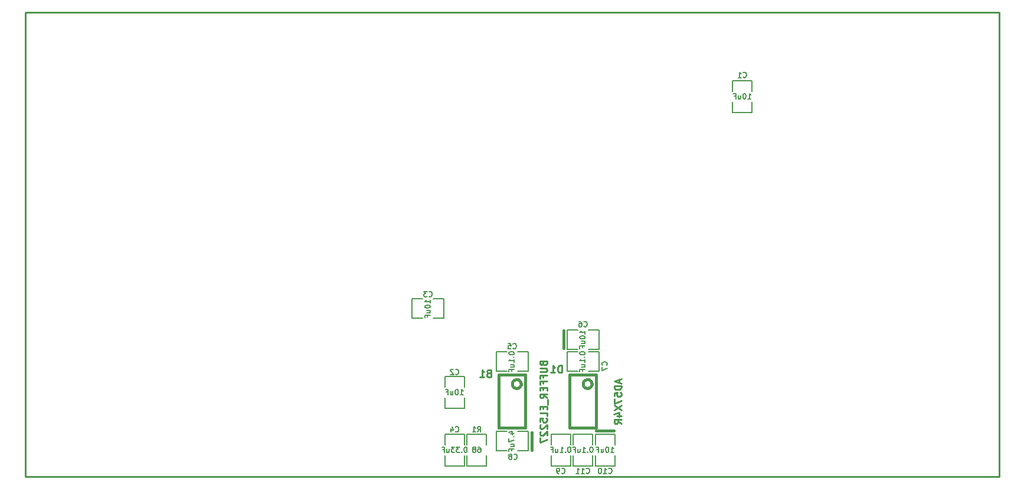
<source format=gbo>
G04 (created by PCBNEW-RS274X (2010-00-09 BZR 23xx)-stable) date Thu 14 Jul 2011 05:09:27 PM PDT*
G01*
G70*
G90*
%MOIN*%
G04 Gerber Fmt 3.4, Leading zero omitted, Abs format*
%FSLAX34Y34*%
G04 APERTURE LIST*
%ADD10C,0.006000*%
%ADD11C,0.009000*%
%ADD12C,0.015000*%
%ADD13C,0.005000*%
%ADD14C,0.010000*%
G04 APERTURE END LIST*
G54D10*
G54D11*
X30500Y-55750D02*
X30500Y-29500D01*
X85500Y-55750D02*
X30500Y-55750D01*
X85500Y-29500D02*
X85500Y-55750D01*
X30500Y-29500D02*
X85500Y-29500D01*
G54D12*
X62500Y-50500D02*
X62495Y-50548D01*
X62481Y-50595D01*
X62458Y-50638D01*
X62427Y-50676D01*
X62389Y-50707D01*
X62346Y-50730D01*
X62300Y-50744D01*
X62251Y-50749D01*
X62204Y-50745D01*
X62157Y-50731D01*
X62114Y-50709D01*
X62076Y-50678D01*
X62044Y-50641D01*
X62021Y-50598D01*
X62006Y-50551D01*
X62001Y-50503D01*
X62005Y-50455D01*
X62018Y-50408D01*
X62040Y-50365D01*
X62071Y-50327D01*
X62108Y-50295D01*
X62150Y-50271D01*
X62197Y-50256D01*
X62245Y-50251D01*
X62293Y-50254D01*
X62340Y-50267D01*
X62383Y-50289D01*
X62422Y-50319D01*
X62454Y-50356D01*
X62478Y-50399D01*
X62493Y-50445D01*
X62499Y-50494D01*
X62500Y-50500D01*
X62750Y-50000D02*
X62750Y-53000D01*
X62750Y-53000D02*
X61250Y-53000D01*
X61250Y-53000D02*
X61250Y-50000D01*
X61250Y-50000D02*
X62750Y-50000D01*
X58500Y-50500D02*
X58495Y-50548D01*
X58481Y-50595D01*
X58458Y-50638D01*
X58427Y-50676D01*
X58389Y-50707D01*
X58346Y-50730D01*
X58300Y-50744D01*
X58251Y-50749D01*
X58204Y-50745D01*
X58157Y-50731D01*
X58114Y-50709D01*
X58076Y-50678D01*
X58044Y-50641D01*
X58021Y-50598D01*
X58006Y-50551D01*
X58001Y-50503D01*
X58005Y-50455D01*
X58018Y-50408D01*
X58040Y-50365D01*
X58071Y-50327D01*
X58108Y-50295D01*
X58150Y-50271D01*
X58197Y-50256D01*
X58245Y-50251D01*
X58293Y-50254D01*
X58340Y-50267D01*
X58383Y-50289D01*
X58422Y-50319D01*
X58454Y-50356D01*
X58478Y-50399D01*
X58493Y-50445D01*
X58499Y-50494D01*
X58500Y-50500D01*
X58750Y-50000D02*
X58750Y-53000D01*
X58750Y-53000D02*
X57250Y-53000D01*
X57250Y-53000D02*
X57250Y-50000D01*
X57250Y-50000D02*
X58750Y-50000D01*
X60900Y-48500D02*
X60900Y-47500D01*
G54D13*
X61700Y-48550D02*
X61100Y-48550D01*
X61100Y-48550D02*
X61100Y-47450D01*
X61100Y-47450D02*
X61700Y-47450D01*
X62300Y-47450D02*
X62900Y-47450D01*
X62900Y-47450D02*
X62900Y-48550D01*
X62900Y-48550D02*
X62300Y-48550D01*
G54D12*
X59100Y-53250D02*
X59100Y-54250D01*
G54D13*
X58300Y-53200D02*
X58900Y-53200D01*
X58900Y-53200D02*
X58900Y-54300D01*
X58900Y-54300D02*
X58300Y-54300D01*
X57700Y-54300D02*
X57100Y-54300D01*
X57100Y-54300D02*
X57100Y-53200D01*
X57100Y-53200D02*
X57700Y-53200D01*
G54D12*
X62750Y-53150D02*
X63750Y-53150D01*
G54D13*
X62700Y-53950D02*
X62700Y-53350D01*
X62700Y-53350D02*
X63800Y-53350D01*
X63800Y-53350D02*
X63800Y-53950D01*
X63800Y-54550D02*
X63800Y-55150D01*
X63800Y-55150D02*
X62700Y-55150D01*
X62700Y-55150D02*
X62700Y-54550D01*
X55300Y-51300D02*
X55300Y-51900D01*
X55300Y-51900D02*
X54200Y-51900D01*
X54200Y-51900D02*
X54200Y-51300D01*
X54200Y-50700D02*
X54200Y-50100D01*
X54200Y-50100D02*
X55300Y-50100D01*
X55300Y-50100D02*
X55300Y-50700D01*
X53550Y-45700D02*
X54150Y-45700D01*
X54150Y-45700D02*
X54150Y-46800D01*
X54150Y-46800D02*
X53550Y-46800D01*
X52950Y-46800D02*
X52350Y-46800D01*
X52350Y-46800D02*
X52350Y-45700D01*
X52350Y-45700D02*
X52950Y-45700D01*
X54200Y-53950D02*
X54200Y-53350D01*
X54200Y-53350D02*
X55300Y-53350D01*
X55300Y-53350D02*
X55300Y-53950D01*
X55300Y-54550D02*
X55300Y-55150D01*
X55300Y-55150D02*
X54200Y-55150D01*
X54200Y-55150D02*
X54200Y-54550D01*
X57700Y-49800D02*
X57100Y-49800D01*
X57100Y-49800D02*
X57100Y-48700D01*
X57100Y-48700D02*
X57700Y-48700D01*
X58300Y-48700D02*
X58900Y-48700D01*
X58900Y-48700D02*
X58900Y-49800D01*
X58900Y-49800D02*
X58300Y-49800D01*
X55450Y-53950D02*
X55450Y-53350D01*
X55450Y-53350D02*
X56550Y-53350D01*
X56550Y-53350D02*
X56550Y-53950D01*
X56550Y-54550D02*
X56550Y-55150D01*
X56550Y-55150D02*
X55450Y-55150D01*
X55450Y-55150D02*
X55450Y-54550D01*
X71550Y-34550D02*
X71550Y-35150D01*
X71550Y-35150D02*
X70450Y-35150D01*
X70450Y-35150D02*
X70450Y-34550D01*
X70450Y-33950D02*
X70450Y-33350D01*
X70450Y-33350D02*
X71550Y-33350D01*
X71550Y-33350D02*
X71550Y-33950D01*
X61450Y-53950D02*
X61450Y-53350D01*
X61450Y-53350D02*
X62550Y-53350D01*
X62550Y-53350D02*
X62550Y-53950D01*
X62550Y-54550D02*
X62550Y-55150D01*
X62550Y-55150D02*
X61450Y-55150D01*
X61450Y-55150D02*
X61450Y-54550D01*
X60200Y-53950D02*
X60200Y-53350D01*
X60200Y-53350D02*
X61300Y-53350D01*
X61300Y-53350D02*
X61300Y-53950D01*
X61300Y-54550D02*
X61300Y-55150D01*
X61300Y-55150D02*
X60200Y-55150D01*
X60200Y-55150D02*
X60200Y-54550D01*
X61700Y-49800D02*
X61100Y-49800D01*
X61100Y-49800D02*
X61100Y-48700D01*
X61100Y-48700D02*
X61700Y-48700D01*
X62300Y-48700D02*
X62900Y-48700D01*
X62900Y-48700D02*
X62900Y-49800D01*
X62900Y-49800D02*
X62300Y-49800D01*
G54D14*
X60795Y-49862D02*
X60795Y-49462D01*
X60700Y-49462D01*
X60642Y-49481D01*
X60604Y-49519D01*
X60585Y-49557D01*
X60566Y-49633D01*
X60566Y-49690D01*
X60585Y-49767D01*
X60604Y-49805D01*
X60642Y-49843D01*
X60700Y-49862D01*
X60795Y-49862D01*
X60185Y-49862D02*
X60414Y-49862D01*
X60300Y-49862D02*
X60300Y-49462D01*
X60338Y-49519D01*
X60376Y-49557D01*
X60414Y-49576D01*
X64048Y-50243D02*
X64048Y-50434D01*
X64162Y-50205D02*
X63762Y-50338D01*
X64162Y-50472D01*
X64162Y-50605D02*
X63762Y-50605D01*
X63762Y-50700D01*
X63781Y-50758D01*
X63819Y-50796D01*
X63857Y-50815D01*
X63933Y-50834D01*
X63990Y-50834D01*
X64067Y-50815D01*
X64105Y-50796D01*
X64143Y-50758D01*
X64162Y-50700D01*
X64162Y-50605D01*
X63762Y-51196D02*
X63762Y-51005D01*
X63952Y-50986D01*
X63933Y-51005D01*
X63914Y-51043D01*
X63914Y-51139D01*
X63933Y-51177D01*
X63952Y-51196D01*
X63990Y-51215D01*
X64086Y-51215D01*
X64124Y-51196D01*
X64143Y-51177D01*
X64162Y-51139D01*
X64162Y-51043D01*
X64143Y-51005D01*
X64124Y-50986D01*
X63762Y-51348D02*
X63762Y-51615D01*
X64162Y-51443D01*
X63762Y-51729D02*
X64162Y-51996D01*
X63762Y-51996D02*
X64162Y-51729D01*
X63895Y-52320D02*
X64162Y-52320D01*
X63743Y-52224D02*
X64029Y-52129D01*
X64029Y-52377D01*
X64162Y-52758D02*
X63971Y-52624D01*
X64162Y-52529D02*
X63762Y-52529D01*
X63762Y-52682D01*
X63781Y-52720D01*
X63800Y-52739D01*
X63838Y-52758D01*
X63895Y-52758D01*
X63933Y-52739D01*
X63952Y-52720D01*
X63971Y-52682D01*
X63971Y-52529D01*
X56661Y-49902D02*
X56604Y-49921D01*
X56585Y-49940D01*
X56566Y-49979D01*
X56566Y-50036D01*
X56585Y-50074D01*
X56604Y-50093D01*
X56642Y-50112D01*
X56795Y-50112D01*
X56795Y-49712D01*
X56661Y-49712D01*
X56623Y-49731D01*
X56604Y-49750D01*
X56585Y-49788D01*
X56585Y-49826D01*
X56604Y-49864D01*
X56623Y-49883D01*
X56661Y-49902D01*
X56795Y-49902D01*
X56185Y-50112D02*
X56414Y-50112D01*
X56300Y-50112D02*
X56300Y-49712D01*
X56338Y-49769D01*
X56376Y-49807D01*
X56414Y-49826D01*
X59752Y-49338D02*
X59771Y-49395D01*
X59790Y-49414D01*
X59829Y-49433D01*
X59886Y-49433D01*
X59924Y-49414D01*
X59943Y-49395D01*
X59962Y-49357D01*
X59962Y-49204D01*
X59562Y-49204D01*
X59562Y-49338D01*
X59581Y-49376D01*
X59600Y-49395D01*
X59638Y-49414D01*
X59676Y-49414D01*
X59714Y-49395D01*
X59733Y-49376D01*
X59752Y-49338D01*
X59752Y-49204D01*
X59562Y-49604D02*
X59886Y-49604D01*
X59924Y-49623D01*
X59943Y-49642D01*
X59962Y-49680D01*
X59962Y-49757D01*
X59943Y-49795D01*
X59924Y-49814D01*
X59886Y-49833D01*
X59562Y-49833D01*
X59752Y-50157D02*
X59752Y-50023D01*
X59962Y-50023D02*
X59562Y-50023D01*
X59562Y-50214D01*
X59752Y-50500D02*
X59752Y-50366D01*
X59962Y-50366D02*
X59562Y-50366D01*
X59562Y-50557D01*
X59752Y-50709D02*
X59752Y-50843D01*
X59962Y-50900D02*
X59962Y-50709D01*
X59562Y-50709D01*
X59562Y-50900D01*
X59962Y-51300D02*
X59771Y-51166D01*
X59962Y-51071D02*
X59562Y-51071D01*
X59562Y-51224D01*
X59581Y-51262D01*
X59600Y-51281D01*
X59638Y-51300D01*
X59695Y-51300D01*
X59733Y-51281D01*
X59752Y-51262D01*
X59771Y-51224D01*
X59771Y-51071D01*
X60000Y-51376D02*
X60000Y-51681D01*
X59752Y-51776D02*
X59752Y-51910D01*
X59962Y-51967D02*
X59962Y-51776D01*
X59562Y-51776D01*
X59562Y-51967D01*
X59962Y-52329D02*
X59962Y-52138D01*
X59562Y-52138D01*
X59562Y-52653D02*
X59562Y-52462D01*
X59752Y-52443D01*
X59733Y-52462D01*
X59714Y-52500D01*
X59714Y-52596D01*
X59733Y-52634D01*
X59752Y-52653D01*
X59790Y-52672D01*
X59886Y-52672D01*
X59924Y-52653D01*
X59943Y-52634D01*
X59962Y-52596D01*
X59962Y-52500D01*
X59943Y-52462D01*
X59924Y-52443D01*
X59600Y-52824D02*
X59581Y-52843D01*
X59562Y-52881D01*
X59562Y-52977D01*
X59581Y-53015D01*
X59600Y-53034D01*
X59638Y-53053D01*
X59676Y-53053D01*
X59733Y-53034D01*
X59962Y-52805D01*
X59962Y-53053D01*
X59600Y-53205D02*
X59581Y-53224D01*
X59562Y-53262D01*
X59562Y-53358D01*
X59581Y-53396D01*
X59600Y-53415D01*
X59638Y-53434D01*
X59676Y-53434D01*
X59733Y-53415D01*
X59962Y-53186D01*
X59962Y-53434D01*
X59562Y-53567D02*
X59562Y-53834D01*
X59962Y-53662D01*
G54D13*
X62050Y-47243D02*
X62064Y-47257D01*
X62107Y-47271D01*
X62136Y-47271D01*
X62179Y-47257D01*
X62207Y-47229D01*
X62222Y-47200D01*
X62236Y-47143D01*
X62236Y-47100D01*
X62222Y-47043D01*
X62207Y-47014D01*
X62179Y-46986D01*
X62136Y-46971D01*
X62107Y-46971D01*
X62064Y-46986D01*
X62050Y-47000D01*
X61793Y-46971D02*
X61850Y-46971D01*
X61879Y-46986D01*
X61893Y-47000D01*
X61922Y-47043D01*
X61936Y-47100D01*
X61936Y-47214D01*
X61922Y-47243D01*
X61907Y-47257D01*
X61879Y-47271D01*
X61822Y-47271D01*
X61793Y-47257D01*
X61779Y-47243D01*
X61764Y-47214D01*
X61764Y-47143D01*
X61779Y-47114D01*
X61793Y-47100D01*
X61822Y-47086D01*
X61879Y-47086D01*
X61907Y-47100D01*
X61922Y-47114D01*
X61936Y-47143D01*
X62121Y-47679D02*
X62121Y-47507D01*
X62121Y-47593D02*
X61821Y-47593D01*
X61864Y-47564D01*
X61893Y-47536D01*
X61907Y-47507D01*
X61821Y-47865D02*
X61821Y-47893D01*
X61836Y-47922D01*
X61850Y-47936D01*
X61879Y-47950D01*
X61936Y-47965D01*
X62007Y-47965D01*
X62064Y-47950D01*
X62093Y-47936D01*
X62107Y-47922D01*
X62121Y-47893D01*
X62121Y-47865D01*
X62107Y-47836D01*
X62093Y-47822D01*
X62064Y-47807D01*
X62007Y-47793D01*
X61936Y-47793D01*
X61879Y-47807D01*
X61850Y-47822D01*
X61836Y-47836D01*
X61821Y-47865D01*
X61921Y-48222D02*
X62121Y-48222D01*
X61921Y-48093D02*
X62079Y-48093D01*
X62107Y-48108D01*
X62121Y-48136D01*
X62121Y-48179D01*
X62107Y-48208D01*
X62093Y-48222D01*
X61964Y-48464D02*
X61964Y-48364D01*
X62121Y-48364D02*
X61821Y-48364D01*
X61821Y-48507D01*
X58100Y-54743D02*
X58114Y-54757D01*
X58157Y-54771D01*
X58186Y-54771D01*
X58229Y-54757D01*
X58257Y-54729D01*
X58272Y-54700D01*
X58286Y-54643D01*
X58286Y-54600D01*
X58272Y-54543D01*
X58257Y-54514D01*
X58229Y-54486D01*
X58186Y-54471D01*
X58157Y-54471D01*
X58114Y-54486D01*
X58100Y-54500D01*
X57929Y-54600D02*
X57957Y-54586D01*
X57972Y-54571D01*
X57986Y-54543D01*
X57986Y-54529D01*
X57972Y-54500D01*
X57957Y-54486D01*
X57929Y-54471D01*
X57872Y-54471D01*
X57843Y-54486D01*
X57829Y-54500D01*
X57814Y-54529D01*
X57814Y-54543D01*
X57829Y-54571D01*
X57843Y-54586D01*
X57872Y-54600D01*
X57929Y-54600D01*
X57957Y-54614D01*
X57972Y-54629D01*
X57986Y-54657D01*
X57986Y-54714D01*
X57972Y-54743D01*
X57957Y-54757D01*
X57929Y-54771D01*
X57872Y-54771D01*
X57843Y-54757D01*
X57829Y-54743D01*
X57814Y-54714D01*
X57814Y-54657D01*
X57829Y-54629D01*
X57843Y-54614D01*
X57872Y-54600D01*
X57921Y-53329D02*
X58121Y-53329D01*
X57807Y-53258D02*
X58021Y-53186D01*
X58021Y-53372D01*
X58093Y-53486D02*
X58107Y-53501D01*
X58121Y-53486D01*
X58107Y-53472D01*
X58093Y-53486D01*
X58121Y-53486D01*
X57821Y-53601D02*
X57821Y-53801D01*
X58121Y-53672D01*
X57921Y-54044D02*
X58121Y-54044D01*
X57921Y-53915D02*
X58079Y-53915D01*
X58107Y-53930D01*
X58121Y-53958D01*
X58121Y-54001D01*
X58107Y-54030D01*
X58093Y-54044D01*
X57964Y-54286D02*
X57964Y-54186D01*
X58121Y-54186D02*
X57821Y-54186D01*
X57821Y-54329D01*
X63443Y-55543D02*
X63457Y-55557D01*
X63500Y-55571D01*
X63529Y-55571D01*
X63572Y-55557D01*
X63600Y-55529D01*
X63615Y-55500D01*
X63629Y-55443D01*
X63629Y-55400D01*
X63615Y-55343D01*
X63600Y-55314D01*
X63572Y-55286D01*
X63529Y-55271D01*
X63500Y-55271D01*
X63457Y-55286D01*
X63443Y-55300D01*
X63157Y-55571D02*
X63329Y-55571D01*
X63243Y-55571D02*
X63243Y-55271D01*
X63272Y-55314D01*
X63300Y-55343D01*
X63329Y-55357D01*
X62971Y-55271D02*
X62943Y-55271D01*
X62914Y-55286D01*
X62900Y-55300D01*
X62886Y-55329D01*
X62871Y-55386D01*
X62871Y-55457D01*
X62886Y-55514D01*
X62900Y-55543D01*
X62914Y-55557D01*
X62943Y-55571D01*
X62971Y-55571D01*
X63000Y-55557D01*
X63014Y-55543D01*
X63029Y-55514D01*
X63043Y-55457D01*
X63043Y-55386D01*
X63029Y-55329D01*
X63014Y-55300D01*
X63000Y-55286D01*
X62971Y-55271D01*
X63571Y-54371D02*
X63743Y-54371D01*
X63657Y-54371D02*
X63657Y-54071D01*
X63686Y-54114D01*
X63714Y-54143D01*
X63743Y-54157D01*
X63385Y-54071D02*
X63357Y-54071D01*
X63328Y-54086D01*
X63314Y-54100D01*
X63300Y-54129D01*
X63285Y-54186D01*
X63285Y-54257D01*
X63300Y-54314D01*
X63314Y-54343D01*
X63328Y-54357D01*
X63357Y-54371D01*
X63385Y-54371D01*
X63414Y-54357D01*
X63428Y-54343D01*
X63443Y-54314D01*
X63457Y-54257D01*
X63457Y-54186D01*
X63443Y-54129D01*
X63428Y-54100D01*
X63414Y-54086D01*
X63385Y-54071D01*
X63028Y-54171D02*
X63028Y-54371D01*
X63157Y-54171D02*
X63157Y-54329D01*
X63142Y-54357D01*
X63114Y-54371D01*
X63071Y-54371D01*
X63042Y-54357D01*
X63028Y-54343D01*
X62786Y-54214D02*
X62886Y-54214D01*
X62886Y-54371D02*
X62886Y-54071D01*
X62743Y-54071D01*
X54800Y-49943D02*
X54814Y-49957D01*
X54857Y-49971D01*
X54886Y-49971D01*
X54929Y-49957D01*
X54957Y-49929D01*
X54972Y-49900D01*
X54986Y-49843D01*
X54986Y-49800D01*
X54972Y-49743D01*
X54957Y-49714D01*
X54929Y-49686D01*
X54886Y-49671D01*
X54857Y-49671D01*
X54814Y-49686D01*
X54800Y-49700D01*
X54686Y-49700D02*
X54672Y-49686D01*
X54643Y-49671D01*
X54572Y-49671D01*
X54543Y-49686D01*
X54529Y-49700D01*
X54514Y-49729D01*
X54514Y-49757D01*
X54529Y-49800D01*
X54700Y-49971D01*
X54514Y-49971D01*
X55071Y-51121D02*
X55243Y-51121D01*
X55157Y-51121D02*
X55157Y-50821D01*
X55186Y-50864D01*
X55214Y-50893D01*
X55243Y-50907D01*
X54885Y-50821D02*
X54857Y-50821D01*
X54828Y-50836D01*
X54814Y-50850D01*
X54800Y-50879D01*
X54785Y-50936D01*
X54785Y-51007D01*
X54800Y-51064D01*
X54814Y-51093D01*
X54828Y-51107D01*
X54857Y-51121D01*
X54885Y-51121D01*
X54914Y-51107D01*
X54928Y-51093D01*
X54943Y-51064D01*
X54957Y-51007D01*
X54957Y-50936D01*
X54943Y-50879D01*
X54928Y-50850D01*
X54914Y-50836D01*
X54885Y-50821D01*
X54528Y-50921D02*
X54528Y-51121D01*
X54657Y-50921D02*
X54657Y-51079D01*
X54642Y-51107D01*
X54614Y-51121D01*
X54571Y-51121D01*
X54542Y-51107D01*
X54528Y-51093D01*
X54286Y-50964D02*
X54386Y-50964D01*
X54386Y-51121D02*
X54386Y-50821D01*
X54243Y-50821D01*
X53300Y-45543D02*
X53314Y-45557D01*
X53357Y-45571D01*
X53386Y-45571D01*
X53429Y-45557D01*
X53457Y-45529D01*
X53472Y-45500D01*
X53486Y-45443D01*
X53486Y-45400D01*
X53472Y-45343D01*
X53457Y-45314D01*
X53429Y-45286D01*
X53386Y-45271D01*
X53357Y-45271D01*
X53314Y-45286D01*
X53300Y-45300D01*
X53200Y-45271D02*
X53014Y-45271D01*
X53114Y-45386D01*
X53072Y-45386D01*
X53043Y-45400D01*
X53029Y-45414D01*
X53014Y-45443D01*
X53014Y-45514D01*
X53029Y-45543D01*
X53043Y-45557D01*
X53072Y-45571D01*
X53157Y-45571D01*
X53186Y-45557D01*
X53200Y-45543D01*
X53371Y-45929D02*
X53371Y-45757D01*
X53371Y-45843D02*
X53071Y-45843D01*
X53114Y-45814D01*
X53143Y-45786D01*
X53157Y-45757D01*
X53071Y-46115D02*
X53071Y-46143D01*
X53086Y-46172D01*
X53100Y-46186D01*
X53129Y-46200D01*
X53186Y-46215D01*
X53257Y-46215D01*
X53314Y-46200D01*
X53343Y-46186D01*
X53357Y-46172D01*
X53371Y-46143D01*
X53371Y-46115D01*
X53357Y-46086D01*
X53343Y-46072D01*
X53314Y-46057D01*
X53257Y-46043D01*
X53186Y-46043D01*
X53129Y-46057D01*
X53100Y-46072D01*
X53086Y-46086D01*
X53071Y-46115D01*
X53171Y-46472D02*
X53371Y-46472D01*
X53171Y-46343D02*
X53329Y-46343D01*
X53357Y-46358D01*
X53371Y-46386D01*
X53371Y-46429D01*
X53357Y-46458D01*
X53343Y-46472D01*
X53214Y-46714D02*
X53214Y-46614D01*
X53371Y-46614D02*
X53071Y-46614D01*
X53071Y-46757D01*
X54800Y-53193D02*
X54814Y-53207D01*
X54857Y-53221D01*
X54886Y-53221D01*
X54929Y-53207D01*
X54957Y-53179D01*
X54972Y-53150D01*
X54986Y-53093D01*
X54986Y-53050D01*
X54972Y-52993D01*
X54957Y-52964D01*
X54929Y-52936D01*
X54886Y-52921D01*
X54857Y-52921D01*
X54814Y-52936D01*
X54800Y-52950D01*
X54543Y-53021D02*
X54543Y-53221D01*
X54614Y-52907D02*
X54686Y-53121D01*
X54500Y-53121D01*
X55385Y-54071D02*
X55357Y-54071D01*
X55328Y-54086D01*
X55314Y-54100D01*
X55300Y-54129D01*
X55285Y-54186D01*
X55285Y-54257D01*
X55300Y-54314D01*
X55314Y-54343D01*
X55328Y-54357D01*
X55357Y-54371D01*
X55385Y-54371D01*
X55414Y-54357D01*
X55428Y-54343D01*
X55443Y-54314D01*
X55457Y-54257D01*
X55457Y-54186D01*
X55443Y-54129D01*
X55428Y-54100D01*
X55414Y-54086D01*
X55385Y-54071D01*
X55157Y-54343D02*
X55142Y-54357D01*
X55157Y-54371D01*
X55171Y-54357D01*
X55157Y-54343D01*
X55157Y-54371D01*
X55042Y-54071D02*
X54856Y-54071D01*
X54956Y-54186D01*
X54914Y-54186D01*
X54885Y-54200D01*
X54871Y-54214D01*
X54856Y-54243D01*
X54856Y-54314D01*
X54871Y-54343D01*
X54885Y-54357D01*
X54914Y-54371D01*
X54999Y-54371D01*
X55028Y-54357D01*
X55042Y-54343D01*
X54756Y-54071D02*
X54570Y-54071D01*
X54670Y-54186D01*
X54628Y-54186D01*
X54599Y-54200D01*
X54585Y-54214D01*
X54570Y-54243D01*
X54570Y-54314D01*
X54585Y-54343D01*
X54599Y-54357D01*
X54628Y-54371D01*
X54713Y-54371D01*
X54742Y-54357D01*
X54756Y-54343D01*
X54313Y-54171D02*
X54313Y-54371D01*
X54442Y-54171D02*
X54442Y-54329D01*
X54427Y-54357D01*
X54399Y-54371D01*
X54356Y-54371D01*
X54327Y-54357D01*
X54313Y-54343D01*
X54071Y-54214D02*
X54171Y-54214D01*
X54171Y-54371D02*
X54171Y-54071D01*
X54028Y-54071D01*
X58050Y-48493D02*
X58064Y-48507D01*
X58107Y-48521D01*
X58136Y-48521D01*
X58179Y-48507D01*
X58207Y-48479D01*
X58222Y-48450D01*
X58236Y-48393D01*
X58236Y-48350D01*
X58222Y-48293D01*
X58207Y-48264D01*
X58179Y-48236D01*
X58136Y-48221D01*
X58107Y-48221D01*
X58064Y-48236D01*
X58050Y-48250D01*
X57779Y-48221D02*
X57922Y-48221D01*
X57936Y-48364D01*
X57922Y-48350D01*
X57893Y-48336D01*
X57822Y-48336D01*
X57793Y-48350D01*
X57779Y-48364D01*
X57764Y-48393D01*
X57764Y-48464D01*
X57779Y-48493D01*
X57793Y-48507D01*
X57822Y-48521D01*
X57893Y-48521D01*
X57922Y-48507D01*
X57936Y-48493D01*
X57821Y-48758D02*
X57821Y-48786D01*
X57836Y-48815D01*
X57850Y-48829D01*
X57879Y-48843D01*
X57936Y-48858D01*
X58007Y-48858D01*
X58064Y-48843D01*
X58093Y-48829D01*
X58107Y-48815D01*
X58121Y-48786D01*
X58121Y-48758D01*
X58107Y-48729D01*
X58093Y-48715D01*
X58064Y-48700D01*
X58007Y-48686D01*
X57936Y-48686D01*
X57879Y-48700D01*
X57850Y-48715D01*
X57836Y-48729D01*
X57821Y-48758D01*
X58093Y-48986D02*
X58107Y-49001D01*
X58121Y-48986D01*
X58107Y-48972D01*
X58093Y-48986D01*
X58121Y-48986D01*
X58121Y-49287D02*
X58121Y-49115D01*
X58121Y-49201D02*
X57821Y-49201D01*
X57864Y-49172D01*
X57893Y-49144D01*
X57907Y-49115D01*
X57921Y-49544D02*
X58121Y-49544D01*
X57921Y-49415D02*
X58079Y-49415D01*
X58107Y-49430D01*
X58121Y-49458D01*
X58121Y-49501D01*
X58107Y-49530D01*
X58093Y-49544D01*
X57964Y-49786D02*
X57964Y-49686D01*
X58121Y-49686D02*
X57821Y-49686D01*
X57821Y-49829D01*
X56050Y-53221D02*
X56150Y-53079D01*
X56222Y-53221D02*
X56222Y-52921D01*
X56107Y-52921D01*
X56079Y-52936D01*
X56064Y-52950D01*
X56050Y-52979D01*
X56050Y-53021D01*
X56064Y-53050D01*
X56079Y-53064D01*
X56107Y-53079D01*
X56222Y-53079D01*
X55764Y-53221D02*
X55936Y-53221D01*
X55850Y-53221D02*
X55850Y-52921D01*
X55879Y-52964D01*
X55907Y-52993D01*
X55936Y-53007D01*
X56086Y-54071D02*
X56143Y-54071D01*
X56172Y-54086D01*
X56186Y-54100D01*
X56215Y-54143D01*
X56229Y-54200D01*
X56229Y-54314D01*
X56215Y-54343D01*
X56200Y-54357D01*
X56172Y-54371D01*
X56115Y-54371D01*
X56086Y-54357D01*
X56072Y-54343D01*
X56057Y-54314D01*
X56057Y-54243D01*
X56072Y-54214D01*
X56086Y-54200D01*
X56115Y-54186D01*
X56172Y-54186D01*
X56200Y-54200D01*
X56215Y-54214D01*
X56229Y-54243D01*
X55886Y-54200D02*
X55914Y-54186D01*
X55929Y-54171D01*
X55943Y-54143D01*
X55943Y-54129D01*
X55929Y-54100D01*
X55914Y-54086D01*
X55886Y-54071D01*
X55829Y-54071D01*
X55800Y-54086D01*
X55786Y-54100D01*
X55771Y-54129D01*
X55771Y-54143D01*
X55786Y-54171D01*
X55800Y-54186D01*
X55829Y-54200D01*
X55886Y-54200D01*
X55914Y-54214D01*
X55929Y-54229D01*
X55943Y-54257D01*
X55943Y-54314D01*
X55929Y-54343D01*
X55914Y-54357D01*
X55886Y-54371D01*
X55829Y-54371D01*
X55800Y-54357D01*
X55786Y-54343D01*
X55771Y-54314D01*
X55771Y-54257D01*
X55786Y-54229D01*
X55800Y-54214D01*
X55829Y-54200D01*
X71050Y-33143D02*
X71064Y-33157D01*
X71107Y-33171D01*
X71136Y-33171D01*
X71179Y-33157D01*
X71207Y-33129D01*
X71222Y-33100D01*
X71236Y-33043D01*
X71236Y-33000D01*
X71222Y-32943D01*
X71207Y-32914D01*
X71179Y-32886D01*
X71136Y-32871D01*
X71107Y-32871D01*
X71064Y-32886D01*
X71050Y-32900D01*
X70764Y-33171D02*
X70936Y-33171D01*
X70850Y-33171D02*
X70850Y-32871D01*
X70879Y-32914D01*
X70907Y-32943D01*
X70936Y-32957D01*
X71321Y-34371D02*
X71493Y-34371D01*
X71407Y-34371D02*
X71407Y-34071D01*
X71436Y-34114D01*
X71464Y-34143D01*
X71493Y-34157D01*
X71135Y-34071D02*
X71107Y-34071D01*
X71078Y-34086D01*
X71064Y-34100D01*
X71050Y-34129D01*
X71035Y-34186D01*
X71035Y-34257D01*
X71050Y-34314D01*
X71064Y-34343D01*
X71078Y-34357D01*
X71107Y-34371D01*
X71135Y-34371D01*
X71164Y-34357D01*
X71178Y-34343D01*
X71193Y-34314D01*
X71207Y-34257D01*
X71207Y-34186D01*
X71193Y-34129D01*
X71178Y-34100D01*
X71164Y-34086D01*
X71135Y-34071D01*
X70778Y-34171D02*
X70778Y-34371D01*
X70907Y-34171D02*
X70907Y-34329D01*
X70892Y-34357D01*
X70864Y-34371D01*
X70821Y-34371D01*
X70792Y-34357D01*
X70778Y-34343D01*
X70536Y-34214D02*
X70636Y-34214D01*
X70636Y-34371D02*
X70636Y-34071D01*
X70493Y-34071D01*
X62193Y-55543D02*
X62207Y-55557D01*
X62250Y-55571D01*
X62279Y-55571D01*
X62322Y-55557D01*
X62350Y-55529D01*
X62365Y-55500D01*
X62379Y-55443D01*
X62379Y-55400D01*
X62365Y-55343D01*
X62350Y-55314D01*
X62322Y-55286D01*
X62279Y-55271D01*
X62250Y-55271D01*
X62207Y-55286D01*
X62193Y-55300D01*
X61907Y-55571D02*
X62079Y-55571D01*
X61993Y-55571D02*
X61993Y-55271D01*
X62022Y-55314D01*
X62050Y-55343D01*
X62079Y-55357D01*
X61621Y-55571D02*
X61793Y-55571D01*
X61707Y-55571D02*
X61707Y-55271D01*
X61736Y-55314D01*
X61764Y-55343D01*
X61793Y-55357D01*
X62492Y-54071D02*
X62464Y-54071D01*
X62435Y-54086D01*
X62421Y-54100D01*
X62407Y-54129D01*
X62392Y-54186D01*
X62392Y-54257D01*
X62407Y-54314D01*
X62421Y-54343D01*
X62435Y-54357D01*
X62464Y-54371D01*
X62492Y-54371D01*
X62521Y-54357D01*
X62535Y-54343D01*
X62550Y-54314D01*
X62564Y-54257D01*
X62564Y-54186D01*
X62550Y-54129D01*
X62535Y-54100D01*
X62521Y-54086D01*
X62492Y-54071D01*
X62264Y-54343D02*
X62249Y-54357D01*
X62264Y-54371D01*
X62278Y-54357D01*
X62264Y-54343D01*
X62264Y-54371D01*
X61963Y-54371D02*
X62135Y-54371D01*
X62049Y-54371D02*
X62049Y-54071D01*
X62078Y-54114D01*
X62106Y-54143D01*
X62135Y-54157D01*
X61706Y-54171D02*
X61706Y-54371D01*
X61835Y-54171D02*
X61835Y-54329D01*
X61820Y-54357D01*
X61792Y-54371D01*
X61749Y-54371D01*
X61720Y-54357D01*
X61706Y-54343D01*
X61464Y-54214D02*
X61564Y-54214D01*
X61564Y-54371D02*
X61564Y-54071D01*
X61421Y-54071D01*
X60800Y-55543D02*
X60814Y-55557D01*
X60857Y-55571D01*
X60886Y-55571D01*
X60929Y-55557D01*
X60957Y-55529D01*
X60972Y-55500D01*
X60986Y-55443D01*
X60986Y-55400D01*
X60972Y-55343D01*
X60957Y-55314D01*
X60929Y-55286D01*
X60886Y-55271D01*
X60857Y-55271D01*
X60814Y-55286D01*
X60800Y-55300D01*
X60657Y-55571D02*
X60600Y-55571D01*
X60572Y-55557D01*
X60557Y-55543D01*
X60529Y-55500D01*
X60514Y-55443D01*
X60514Y-55329D01*
X60529Y-55300D01*
X60543Y-55286D01*
X60572Y-55271D01*
X60629Y-55271D01*
X60657Y-55286D01*
X60672Y-55300D01*
X60686Y-55329D01*
X60686Y-55400D01*
X60672Y-55429D01*
X60657Y-55443D01*
X60629Y-55457D01*
X60572Y-55457D01*
X60543Y-55443D01*
X60529Y-55429D01*
X60514Y-55400D01*
X61242Y-54071D02*
X61214Y-54071D01*
X61185Y-54086D01*
X61171Y-54100D01*
X61157Y-54129D01*
X61142Y-54186D01*
X61142Y-54257D01*
X61157Y-54314D01*
X61171Y-54343D01*
X61185Y-54357D01*
X61214Y-54371D01*
X61242Y-54371D01*
X61271Y-54357D01*
X61285Y-54343D01*
X61300Y-54314D01*
X61314Y-54257D01*
X61314Y-54186D01*
X61300Y-54129D01*
X61285Y-54100D01*
X61271Y-54086D01*
X61242Y-54071D01*
X61014Y-54343D02*
X60999Y-54357D01*
X61014Y-54371D01*
X61028Y-54357D01*
X61014Y-54343D01*
X61014Y-54371D01*
X60713Y-54371D02*
X60885Y-54371D01*
X60799Y-54371D02*
X60799Y-54071D01*
X60828Y-54114D01*
X60856Y-54143D01*
X60885Y-54157D01*
X60456Y-54171D02*
X60456Y-54371D01*
X60585Y-54171D02*
X60585Y-54329D01*
X60570Y-54357D01*
X60542Y-54371D01*
X60499Y-54371D01*
X60470Y-54357D01*
X60456Y-54343D01*
X60214Y-54214D02*
X60314Y-54214D01*
X60314Y-54371D02*
X60314Y-54071D01*
X60171Y-54071D01*
X63343Y-49450D02*
X63357Y-49436D01*
X63371Y-49393D01*
X63371Y-49364D01*
X63357Y-49321D01*
X63329Y-49293D01*
X63300Y-49278D01*
X63243Y-49264D01*
X63200Y-49264D01*
X63143Y-49278D01*
X63114Y-49293D01*
X63086Y-49321D01*
X63071Y-49364D01*
X63071Y-49393D01*
X63086Y-49436D01*
X63100Y-49450D01*
X63071Y-49550D02*
X63071Y-49750D01*
X63371Y-49621D01*
X61821Y-48758D02*
X61821Y-48786D01*
X61836Y-48815D01*
X61850Y-48829D01*
X61879Y-48843D01*
X61936Y-48858D01*
X62007Y-48858D01*
X62064Y-48843D01*
X62093Y-48829D01*
X62107Y-48815D01*
X62121Y-48786D01*
X62121Y-48758D01*
X62107Y-48729D01*
X62093Y-48715D01*
X62064Y-48700D01*
X62007Y-48686D01*
X61936Y-48686D01*
X61879Y-48700D01*
X61850Y-48715D01*
X61836Y-48729D01*
X61821Y-48758D01*
X62093Y-48986D02*
X62107Y-49001D01*
X62121Y-48986D01*
X62107Y-48972D01*
X62093Y-48986D01*
X62121Y-48986D01*
X62121Y-49287D02*
X62121Y-49115D01*
X62121Y-49201D02*
X61821Y-49201D01*
X61864Y-49172D01*
X61893Y-49144D01*
X61907Y-49115D01*
X61921Y-49544D02*
X62121Y-49544D01*
X61921Y-49415D02*
X62079Y-49415D01*
X62107Y-49430D01*
X62121Y-49458D01*
X62121Y-49501D01*
X62107Y-49530D01*
X62093Y-49544D01*
X61964Y-49786D02*
X61964Y-49686D01*
X62121Y-49686D02*
X61821Y-49686D01*
X61821Y-49829D01*
M02*

</source>
